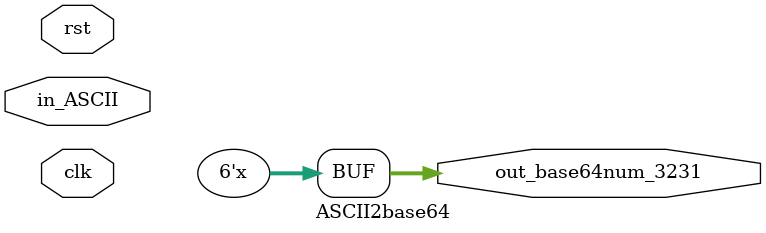
<source format=v>
module ASCII2base64 (in_ASCII, clk, rst, out_base64num_3231);
	input [6:0] in_ASCII;
	input clk, rst;

	output reg [5:0]out_base64num_3231;
	reg [5:0] save_temp6;
	reg [4:0] save_temp5;
	reg [3:0] save_temp4;
	reg [2:0] save_temp3;
	reg [1:0] save_temp2;
	reg save_temp1;
	reg [6:0] cnt;

	always@(clk) begin
		if(rst == 0) begin
			save_temp6=0;
			save_temp5=0;
			save_temp4=0;
			save_temp3=0;
			save_temp2=0;
			save_temp1=0;
			cnt =0;
		end
        //in_ASCII는 7ns마다 들어온다.
		else begin
			case(cnt)
				7'd0:begin
					if(in_ASCII==0) begin
					out_base64num_3231 = 6'd0;
					save_temp1 = 0;
					end
					else begin
					out_base64num_3231 = in_ASCII[6:1];
					save_temp1 = in_ASCII[0];
					end
                    cnt= cnt+1;
				end
				7'd7:begin
					if(in_ASCII==0) begin
					out_base64num_3231 = {save_temp1, 5'd0};
					save_temp2 = 0;
					end
					else begin
					out_base64num_3231 = {save_temp1,in_ASCII[6:2]};
					save_temp2 = in_ASCII[1:0];
					end
                    cnt= cnt+1;			
				end
				7'd14:begin
					if(in_ASCII==0) begin
					out_base64num_3231 = {save_temp2[1:0],4'd0};
					save_temp3 = 0;
					end
					else begin
					out_base64num_3231 = {save_temp2[1:0],in_ASCII[6:3]};
					save_temp3 = in_ASCII[2:0];
					end
                    cnt= cnt+1;				
				end
				7'd21:begin
					if(in_ASCII==0) begin
					out_base64num_3231 = {save_temp3[2:0],3'd0};
					save_temp4 = 0;
					end
					else begin
					out_base64num_3231 = {save_temp3[2:0],in_ASCII[6:4]};
					save_temp4 = in_ASCII[3:0];
					end
                    cnt= cnt+1;				
				end
				7'd28:begin
					if(in_ASCII==0) begin
					out_base64num_3231 = {save_temp4[3:0],2'd0};
					save_temp5 = 0;
					end
					else begin
					out_base64num_3231 = {save_temp4[3:0],in_ASCII[6:5]};
					save_temp5 = in_ASCII[4:0];
					end				
                    cnt= cnt+1;
				end
				7'd35:begin
					if(in_ASCII==0) begin
					out_base64num_3231 = {save_temp5[4:0],1'd0};
					save_temp6 = 0;
					end
					else begin
					out_base64num_3231 = {save_temp5[4:0],in_ASCII[6]};
					save_temp6 = in_ASCII[5:0];
					end
                    cnt= cnt+1;				
				end
				7'd38:begin
					out_base64num_3231 =save_temp6;
					cnt = cnt+1;
				end
				7'd41:begin
					cnt = 0;
				end
				default:begin
					cnt = cnt+1;//cnt를 계속 증가
				end
			endcase
		end
	end
endmodule
</source>
